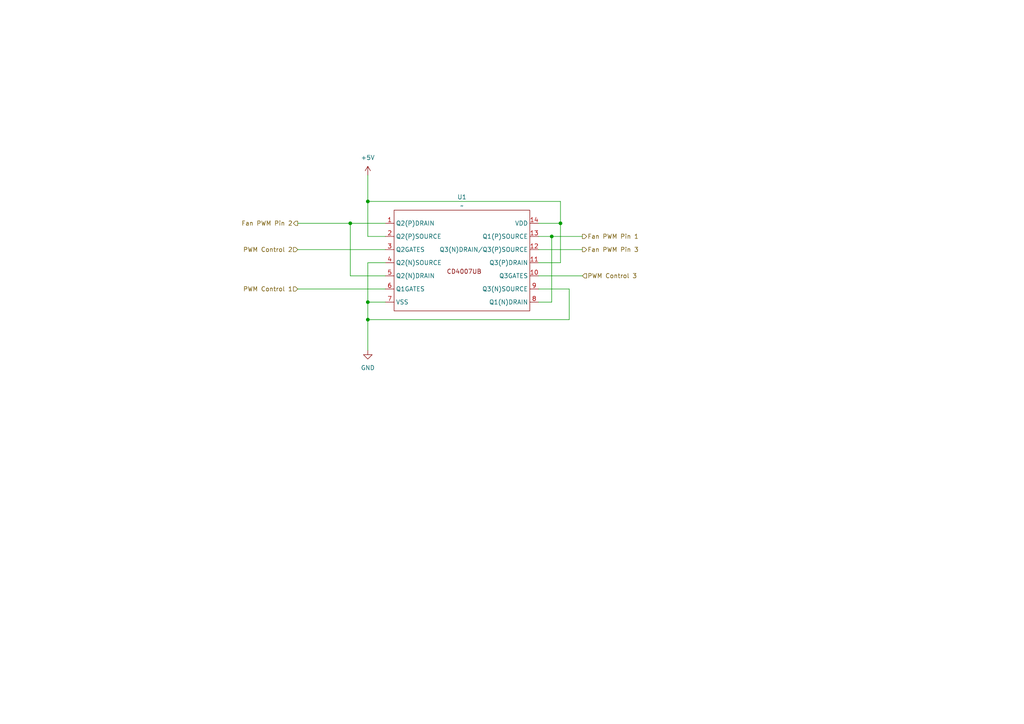
<source format=kicad_sch>
(kicad_sch (version 20231120) (generator "eeschema") (generator_version "8.0")
  (paper "A4")
  (lib_symbols
    (symbol "Fan_Driver:CD4007UBM/TR"
      (property "Reference" "U" (at -0.254 -17.78 0))
      (symbol "CD4007UBM/TR_0_1"
        (rectangle (start -20.32 12.7) (end 19.05 -16.51))
      )
      (symbol "CD4007UBM/TR_1_1"
        (text "CD4007UB" (at 0 -5.08 0) (effects (font (size 1.27 1.27))))
        (pin input line (at -22.86 8.89 0) (length 2.54) (name "Q2(P)DRAIN") (number "1"))
        (pin input line (at 21.59 -6.35 180) (length 2.54) (name "Q3GATES") (number "10"))
        (pin input line (at 21.59 -2.54 180) (length 2.54) (name "Q3(P)DRAIN") (number "11"))
        (pin input line (at 21.59 1.27 180) (length 2.54) (name "Q3(N)DRAIN/Q3(P)SOURCE") (number "12"))
        (pin input line (at 21.59 5.08 180) (length 2.54) (name "Q1(P)SOURCE") (number "13"))
        (pin input line (at 21.59 8.89 180) (length 2.54) (name "VDD") (number "14"))
        (pin input line (at -22.86 5.08 0) (length 2.54) (name "Q2(P)SOURCE") (number "2"))
        (pin input line (at -22.86 1.27 0) (length 2.54) (name "Q2GATES") (number "3"))
        (pin input line (at -22.86 -2.54 0) (length 2.54) (name "Q2(N)SOURCE") (number "4"))
        (pin input line (at -22.86 -6.35 0) (length 2.54) (name "Q2(N)DRAIN") (number "5"))
        (pin input line (at -22.86 -10.16 0) (length 2.54) (name "Q1GATES") (number "6"))
        (pin input line (at -22.86 -13.97 0) (length 2.54) (name "VSS") (number "7"))
        (pin input line (at 21.59 -13.97 180) (length 2.54) (name "Q1(N)DRAIN") (number "8"))
        (pin input line (at 21.59 -10.16 180) (length 2.54) (name "Q3(N)SOURCE") (number "9"))
      )
    )
    (symbol "power:+5V" (power) (pin_numbers hide) (pin_names (offset 0) hide)
      (property "Value" "+5V" (at 0 3.556 0))
      (symbol "+5V_0_1"
        (polyline (pts (xy -0.762 1.27) (xy 0 2.54)))
        (polyline (pts (xy 0 0) (xy 0 2.54)))
        (polyline (pts (xy 0 2.54) (xy 0.762 1.27)))
      )
      (symbol "+5V_1_1"
        (pin power_in line (at 0 0 90) (length 0) (name "~") (number "1"))
      )
    )
    (symbol "power:GND" (power) (pin_numbers hide) (pin_names (offset 0) hide)
      (property "Value" "GND" (at 0 -3.81 0))
      (symbol "GND_0_1"
        (polyline (pts (xy 0 0) (xy 0 -1.27) (xy 1.27 -1.27) (xy 0 -2.54) (xy -1.27 -1.27) (xy 0 -1.27)))
      )
      (symbol "GND_1_1"
        (pin power_in line (at 0 0 270) (length 0) (name "~") (number "1"))
      )
    )
  )
  (junction (at 106.68 58.42))
  (junction (at 106.68 92.71))
  (junction (at 160.02 68.58))
  (junction (at 101.6 64.77))
  (junction (at 162.56 64.77))
  (junction (at 106.68 87.63))
  (wire (pts (xy 106.68 68.58) (xy 106.68 58.42)))
  (wire (pts (xy 86.36 72.39) (xy 111.76 72.39)))
  (wire (pts (xy 156.21 76.2) (xy 162.56 76.2)))
  (wire (pts (xy 106.68 58.42) (xy 162.56 58.42)))
  (wire (pts (xy 160.02 68.58) (xy 168.91 68.58)))
  (wire (pts (xy 111.76 80.01) (xy 101.6 80.01)))
  (wire (pts (xy 106.68 87.63) (xy 111.76 87.63)))
  (wire (pts (xy 101.6 80.01) (xy 101.6 64.77)))
  (wire (pts (xy 111.76 76.2) (xy 106.68 76.2)))
  (wire (pts (xy 162.56 76.2) (xy 162.56 64.77)))
  (wire (pts (xy 106.68 76.2) (xy 106.68 87.63)))
  (wire (pts (xy 156.21 80.01) (xy 168.91 80.01)))
  (wire (pts (xy 86.36 64.77) (xy 101.6 64.77)))
  (wire (pts (xy 101.6 64.77) (xy 111.76 64.77)))
  (wire (pts (xy 160.02 87.63) (xy 160.02 68.58)))
  (wire (pts (xy 156.21 68.58) (xy 160.02 68.58)))
  (wire (pts (xy 156.21 72.39) (xy 168.91 72.39)))
  (wire (pts (xy 111.76 68.58) (xy 106.68 68.58)))
  (wire (pts (xy 106.68 92.71) (xy 106.68 101.6)))
  (wire (pts (xy 86.36 83.82) (xy 111.76 83.82)))
  (wire (pts (xy 162.56 64.77) (xy 156.21 64.77)))
  (wire (pts (xy 165.1 92.71) (xy 106.68 92.71)))
  (wire (pts (xy 156.21 87.63) (xy 160.02 87.63)))
  (wire (pts (xy 162.56 58.42) (xy 162.56 64.77)))
  (wire (pts (xy 106.68 50.8) (xy 106.68 58.42)))
  (wire (pts (xy 156.21 83.82) (xy 165.1 83.82)))
  (wire (pts (xy 106.68 92.71) (xy 106.68 87.63)))
  (wire (pts (xy 165.1 83.82) (xy 165.1 92.71)))
  (hierarchical_label "PWM Control 1" (shape input) (at 86.36 83.82 180))
  (hierarchical_label "PWM Control 3" (shape input) (at 168.91 80.01 0))
  (hierarchical_label "Fan PWM Pin 2" (shape output) (at 86.36 64.77 180))
  (hierarchical_label "PWM Control 2" (shape input) (at 86.36 72.39 180))
  (hierarchical_label "Fan PWM Pin 1" (shape output) (at 168.91 68.58 0))
  (hierarchical_label "Fan PWM Pin 3" (shape output) (at 168.91 72.39 0))
  (symbol (lib_id "power:GND") (at 106.68 101.6 0) (unit 1)
    (property "Reference" "#PWR02" (effects (hide yes)))
    (property "Value" "GND" (at 106.68 106.68 0))
    (property "Description" "Power symbol creates a global label with name \"GND\" , ground" (effects (hide yes)))
  )
  (symbol (lib_id "Fan_Driver:CD4007UBM/TR") (at 134.62 73.66 0) (unit 1)
    (property "Reference" "U1" (at 133.985 57.15 0))
    (property "Value" "~" (at 133.985 59.69 0))
    (property "Footprint" "Package_SO:SO-14_5.3x10.2mm_P1.27mm" (effects (hide yes)))
    (property "Datasheet" "https://www.lcsc.com/datasheet/lcsc_datasheet_2106070037_HGSEMI-CD4007UBM-TR_C2688477.pdf" (effects (hide yes)))
  )
  (symbol (lib_id "power:+5V") (at 106.68 50.8 0) (unit 1)
    (property "Reference" "#PWR01" (effects (hide yes)))
    (property "Value" "+5V" (at 106.68 45.72 0))
    (property "Description" "Power symbol creates a global label with name \"+5V\"" (effects (hide yes)))
  )
)
</source>
